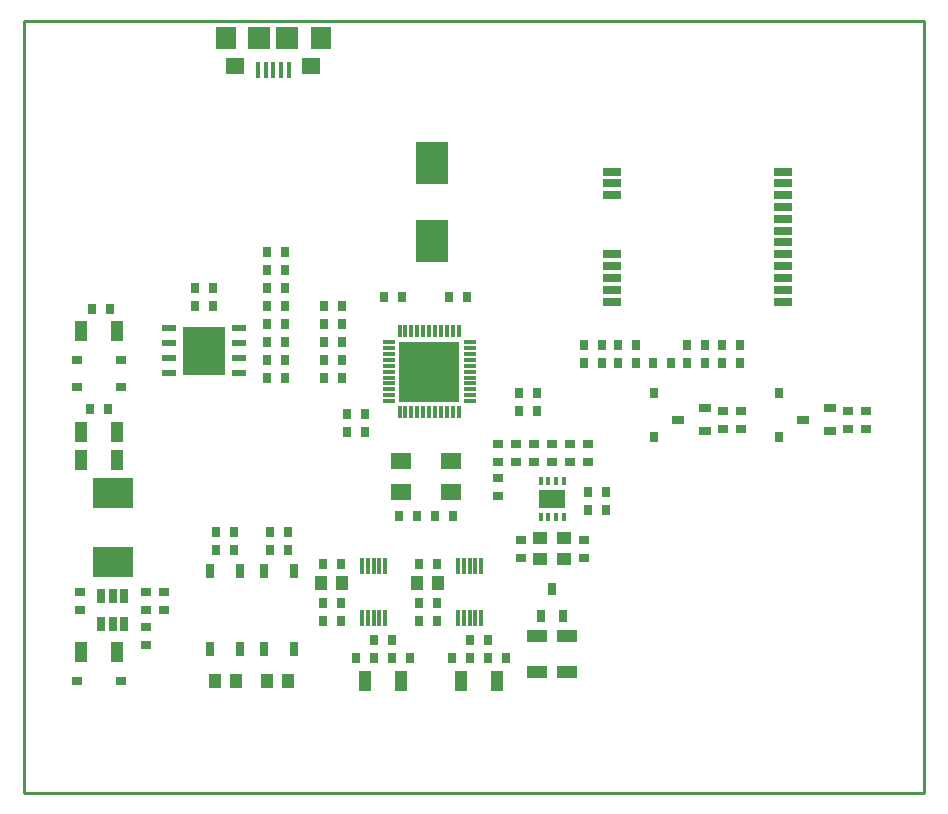
<source format=gbr>
G04 EAGLE Gerber RS-274X export*
G75*
%MOMM*%
%FSLAX34Y34*%
%LPD*%
%INSolderpaste Top*%
%IPPOS*%
%AMOC8*
5,1,8,0,0,1.08239X$1,22.5*%
G01*
%ADD10R,0.762000X0.889000*%
%ADD11R,0.889000X0.762000*%
%ADD12R,0.635000X1.016000*%
%ADD13R,1.016000X1.778000*%
%ADD14R,1.778000X1.016000*%
%ADD15R,1.016000X0.304800*%
%ADD16R,0.304800X1.016000*%
%ADD17R,5.080000X5.080000*%
%ADD18R,0.762000X1.270000*%
%ADD19R,2.286000X1.524000*%
%ADD20R,0.304800X0.762000*%
%ADD21R,3.556000X4.064000*%
%ADD22R,1.143000X0.508000*%
%ADD23R,1.524000X0.700000*%
%ADD24R,1.016000X0.635000*%
%ADD25R,1.016000X1.270000*%
%ADD26R,1.270000X1.016000*%
%ADD27R,1.651000X1.397000*%
%ADD28R,1.800000X1.900000*%
%ADD29R,1.900000X1.900000*%
%ADD30R,1.600000X1.400000*%
%ADD31R,0.400000X1.400000*%
%ADD32R,2.794000X3.556000*%
%ADD33R,0.635000X1.143000*%
%ADD34R,3.400000X2.600000*%
%ADD35R,0.300000X1.397000*%
%ADD36C,0.254000*%


D10*
X419100Y323850D03*
X434340Y323850D03*
X72390Y410210D03*
X57150Y410210D03*
X473710Y379730D03*
X488950Y379730D03*
X473710Y364490D03*
X488950Y364490D03*
X547370Y364490D03*
X532130Y364490D03*
X419100Y339090D03*
X434340Y339090D03*
X492760Y240030D03*
X477520Y240030D03*
X492760Y255270D03*
X477520Y255270D03*
X269240Y397510D03*
X254000Y397510D03*
X205740Y427990D03*
X220980Y427990D03*
X205740Y412750D03*
X220980Y412750D03*
X317500Y234950D03*
X332740Y234950D03*
X363220Y234950D03*
X347980Y234950D03*
X304800Y420370D03*
X320040Y420370D03*
X254000Y351790D03*
X269240Y351790D03*
X273050Y321310D03*
X288290Y321310D03*
D11*
X81915Y367030D03*
X45085Y367030D03*
D10*
X638810Y301625D03*
X638810Y338455D03*
D11*
X81915Y95250D03*
X45085Y95250D03*
X81915Y344170D03*
X45085Y344170D03*
D12*
X437540Y149860D03*
X456540Y149860D03*
X447040Y172720D03*
D10*
X533400Y301625D03*
X533400Y338455D03*
D13*
X78740Y391160D03*
X48260Y391160D03*
D14*
X434340Y102870D03*
X434340Y133350D03*
X459740Y102870D03*
X459740Y133350D03*
D15*
X308610Y381870D03*
X308610Y376870D03*
X308610Y371870D03*
X308610Y366870D03*
X308610Y361870D03*
X308610Y356870D03*
X308610Y351870D03*
X308610Y346870D03*
X308610Y341870D03*
X308610Y336870D03*
X308610Y331870D03*
D16*
X317900Y322580D03*
X322900Y322580D03*
X327900Y322580D03*
X332900Y322580D03*
X337900Y322580D03*
X342900Y322580D03*
X347900Y322580D03*
X352900Y322580D03*
X357900Y322580D03*
X362900Y322580D03*
X367900Y322580D03*
D15*
X377190Y331870D03*
X377190Y336870D03*
X377190Y341870D03*
X377190Y346870D03*
X377190Y351870D03*
X377190Y356870D03*
X377190Y361870D03*
X377190Y366870D03*
X377190Y371870D03*
X377190Y376870D03*
X377190Y381870D03*
D16*
X367900Y391160D03*
X362900Y391160D03*
X357900Y391160D03*
X352900Y391160D03*
X347900Y391160D03*
X342900Y391160D03*
X337900Y391160D03*
X332900Y391160D03*
X327900Y391160D03*
X322900Y391160D03*
X317900Y391160D03*
D17*
X342900Y356870D03*
D18*
X157480Y121940D03*
X182880Y121940D03*
X182880Y187940D03*
X157480Y187940D03*
X203200Y121940D03*
X228600Y121940D03*
X228600Y187940D03*
X203200Y187940D03*
D19*
X447040Y248920D03*
D20*
X456790Y264160D03*
X450290Y264160D03*
X443790Y264160D03*
X437290Y264160D03*
X437290Y233680D03*
X443790Y233680D03*
X450290Y233680D03*
X456790Y233680D03*
D21*
X152400Y374650D03*
D22*
X122555Y393700D03*
X122555Y381000D03*
X122555Y368300D03*
X122555Y355600D03*
X182245Y355600D03*
X182245Y368300D03*
X182245Y381000D03*
X182245Y393700D03*
D23*
X642620Y416210D03*
X642620Y426210D03*
X642620Y436210D03*
X642620Y446210D03*
X642620Y456210D03*
X642620Y466210D03*
X642620Y476210D03*
X642620Y486210D03*
X642620Y496210D03*
X642620Y506210D03*
X642620Y516210D03*
X642620Y526210D03*
X497840Y526210D03*
X497840Y516210D03*
X497840Y506210D03*
X497840Y456210D03*
X497840Y446210D03*
X497840Y436210D03*
X497840Y426210D03*
X497840Y416210D03*
D24*
X576580Y306730D03*
X576580Y325730D03*
X553720Y316230D03*
X681990Y306730D03*
X681990Y325730D03*
X659130Y316230D03*
D10*
X273050Y306070D03*
X288290Y306070D03*
X205740Y367030D03*
X220980Y367030D03*
X205740Y351790D03*
X220980Y351790D03*
X205740Y397510D03*
X220980Y397510D03*
X205740Y382270D03*
X220980Y382270D03*
X254000Y382270D03*
X269240Y382270D03*
D25*
X179070Y95250D03*
X161290Y95250D03*
D10*
X177800Y220980D03*
X162560Y220980D03*
D25*
X223520Y95250D03*
X205740Y95250D03*
D10*
X223520Y220980D03*
X208280Y220980D03*
D11*
X462280Y295910D03*
X462280Y280670D03*
X477520Y295910D03*
X477520Y280670D03*
D10*
X254000Y367030D03*
X269240Y367030D03*
D11*
X431800Y295910D03*
X431800Y280670D03*
X447040Y295910D03*
X447040Y280670D03*
X416560Y295910D03*
X416560Y280670D03*
X473710Y199390D03*
X473710Y214630D03*
D26*
X457200Y198120D03*
X457200Y215900D03*
X436880Y198120D03*
X436880Y215900D03*
D11*
X420370Y199390D03*
X420370Y214630D03*
X607060Y308610D03*
X607060Y323850D03*
X591820Y323850D03*
X591820Y308610D03*
X712470Y308610D03*
X712470Y323850D03*
D10*
X590550Y364490D03*
X605790Y364490D03*
D11*
X697230Y323850D03*
X697230Y308610D03*
D10*
X220980Y458470D03*
X205740Y458470D03*
X220980Y443230D03*
X205740Y443230D03*
X269240Y412750D03*
X254000Y412750D03*
X160020Y427990D03*
X144780Y427990D03*
X160020Y412750D03*
X144780Y412750D03*
X605790Y379730D03*
X590550Y379730D03*
X561340Y364490D03*
X576580Y364490D03*
X576580Y379730D03*
X561340Y379730D03*
X518160Y364490D03*
X502920Y364490D03*
X518160Y379730D03*
X502920Y379730D03*
D27*
X319405Y254635D03*
X361315Y254635D03*
X361315Y281305D03*
X319405Y281305D03*
D28*
X251000Y639550D03*
D29*
X223000Y639550D03*
D28*
X171000Y639550D03*
D29*
X199000Y639550D03*
D30*
X243000Y615550D03*
X179000Y615550D03*
D31*
X211000Y612550D03*
X217500Y612550D03*
X224000Y612550D03*
X204500Y612550D03*
X198000Y612550D03*
D32*
X345440Y467360D03*
X345440Y533400D03*
D10*
X359410Y420370D03*
X374650Y420370D03*
D33*
X65430Y142875D03*
X74930Y142875D03*
X84430Y142875D03*
X84430Y167005D03*
X74930Y167005D03*
X65430Y167005D03*
D13*
X48260Y119380D03*
X78740Y119380D03*
X48260Y281940D03*
X78740Y281940D03*
X48260Y306070D03*
X78740Y306070D03*
D34*
X74930Y253790D03*
X74930Y195790D03*
D11*
X46990Y170180D03*
X46990Y154940D03*
D10*
X55880Y325120D03*
X71120Y325120D03*
D11*
X102870Y125730D03*
X102870Y140970D03*
X118110Y170180D03*
X118110Y154940D03*
X102870Y154940D03*
X102870Y170180D03*
D10*
X377190Y129540D03*
X392430Y129540D03*
X361950Y114300D03*
X377190Y114300D03*
X407670Y114300D03*
X392430Y114300D03*
D13*
X400050Y95250D03*
X369570Y95250D03*
D10*
X177800Y205740D03*
X162560Y205740D03*
X223520Y205740D03*
X208280Y205740D03*
X334010Y161290D03*
X349250Y161290D03*
X334010Y146050D03*
X349250Y146050D03*
D11*
X401320Y266700D03*
X401320Y251460D03*
X401320Y280670D03*
X401320Y295910D03*
D10*
X349250Y194310D03*
X334010Y194310D03*
D25*
X332740Y177800D03*
X350520Y177800D03*
D13*
X288290Y95250D03*
X318770Y95250D03*
D10*
X311150Y114300D03*
X326390Y114300D03*
X295910Y114300D03*
X280670Y114300D03*
X295910Y129540D03*
X311150Y129540D03*
X252730Y146050D03*
X267970Y146050D03*
X252730Y161290D03*
X267970Y161290D03*
D25*
X251460Y177800D03*
X269240Y177800D03*
D10*
X267970Y194310D03*
X252730Y194310D03*
D35*
X305910Y192405D03*
X300910Y192405D03*
X295910Y192405D03*
X290910Y192405D03*
X285910Y192405D03*
X285910Y147955D03*
X290910Y147955D03*
X295910Y147955D03*
X300910Y147955D03*
X305910Y147955D03*
X387190Y192405D03*
X382190Y192405D03*
X377190Y192405D03*
X372190Y192405D03*
X367190Y192405D03*
X367190Y147955D03*
X372190Y147955D03*
X377190Y147955D03*
X382190Y147955D03*
X387190Y147955D03*
D36*
X0Y0D02*
X762000Y0D01*
X762000Y654050D01*
X0Y654050D01*
X0Y0D01*
M02*

</source>
